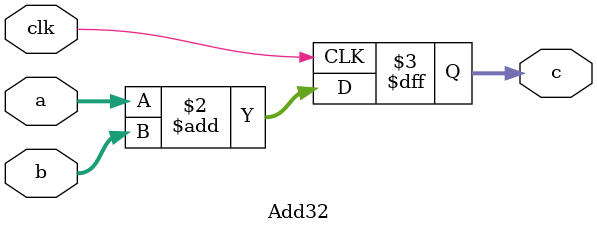
<source format=v>


module Add32(
	input wire [31:0] a,
	input wire [31:0] b,
	input wire clk,
	output reg [31:0] c);
	
	
	always @(negedge clk) begin
		c = a + b;
	end
	
endmodule 
</source>
